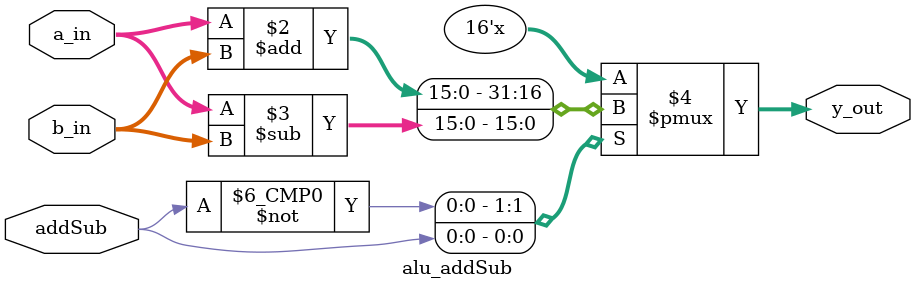
<source format=v>
`timescale 1ns / 1ps


module alu_addSub #(parameter DATA_WIDTH = 16)
(
	output 	reg 	[DATA_WIDTH -1:0] y_out, // have to check if we want to increase the width of the outptut
	input 		   [DATA_WIDTH -1:0] a_in,
	input 		   [DATA_WIDTH -1:0] b_in,
	input 			                  addSub
);
    
always @*
begin
   case(addSub)
      1'b0: y_out = a_in + b_in;
      1'b1: y_out = a_in - b_in;
   endcase
end    
endmodule
   

</source>
